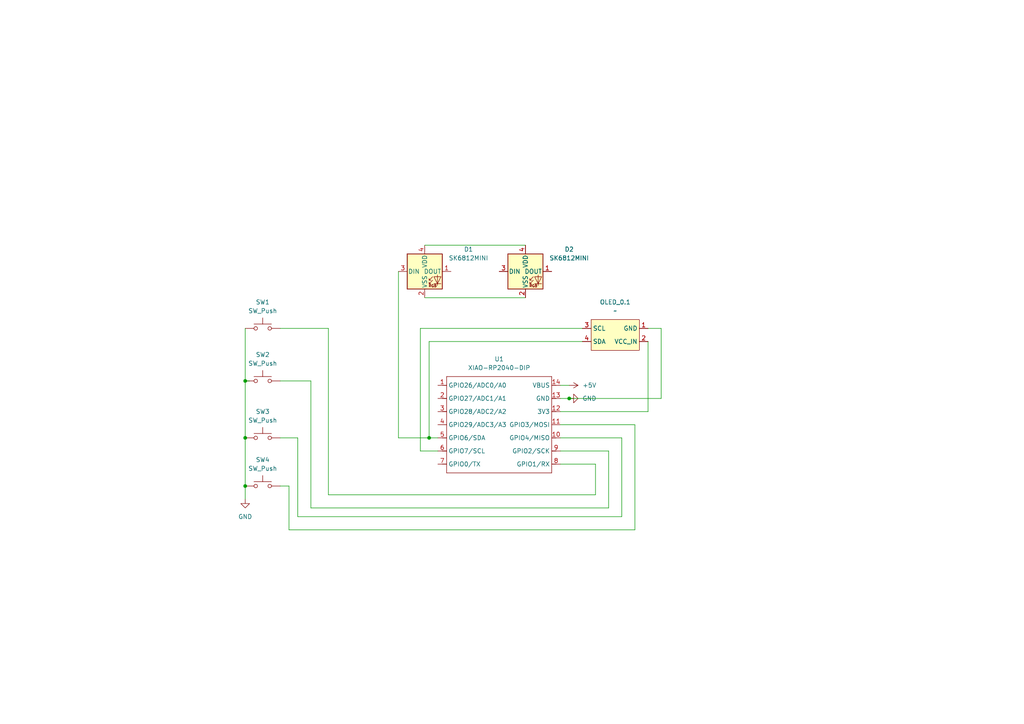
<source format=kicad_sch>
(kicad_sch (version 20250114) (generator "eeschema") (generator_version "9.0")
  (paper "A4")
  (lib_symbols
    (symbol "LED:SK6812MINI" (pin_names (offset 0.254))
      (property "Reference" "D" (at 5.08 5.715 0))
      (property "Value" "SK6812MINI" (at 1.27 -5.715 0))
      (symbol "SK6812MINI_0_0"
        (text "RGB" (at 2.286 -4.191 0) (effects (font (size 0.762 0.762))))
      )
      (symbol "SK6812MINI_0_1"
        (polyline (pts (xy 1.27 -2.54) (xy 1.778 -2.54)))
        (polyline (pts (xy 1.27 -3.556) (xy 1.778 -3.556)))
        (polyline (pts (xy 2.286 -1.524) (xy 1.27 -2.54) (xy 1.27 -2.032)))
        (polyline (pts (xy 2.286 -2.54) (xy 1.27 -3.556) (xy 1.27 -3.048)))
        (polyline (pts (xy 3.683 -1.016) (xy 3.683 -3.556) (xy 3.683 -4.064)))
        (polyline (pts (xy 4.699 -1.524) (xy 2.667 -1.524) (xy 3.683 -3.556) (xy 4.699 -1.524)))
        (polyline (pts (xy 4.699 -3.556) (xy 2.667 -3.556)))
        (rectangle (start 5.08 5.08) (end -5.08 -5.08) (stroke (width 0.254)) (fill (type background)))
      )
      (symbol "SK6812MINI_1_1"
        (pin input line (at -7.62 0 0) (length 2.54) (name "DIN") (number "3"))
        (pin power_in line (at 0 7.62 270) (length 2.54) (name "VDD") (number "4"))
        (pin power_in line (at 0 -7.62 90) (length 2.54) (name "VSS") (number "2"))
        (pin output line (at 7.62 0 180) (length 2.54) (name "DOUT") (number "1"))
      )
    )
    (symbol "OLED_0.91:OLED_0.91"
      (property "Reference" "OLED_0.91" (at 6.858 11.176 0))
      (symbol "OLED_0.91_1_1"
        (rectangle (start 0 8.89) (end 13.97 0) (fill (type color) (color 255 255 194 1)))
        (pin bidirectional line (at -2.54 6.35 0) (length 2.54) (name "SCL") (number "3"))
        (pin bidirectional line (at -2.54 2.54 0) (length 2.54) (name "SDA") (number "4"))
        (pin input line (at 16.51 6.35 180) (length 2.54) (name "GND") (number "1"))
        (pin input line (at 16.51 2.54 180) (length 2.54) (name "VCC_IN") (number "2"))
      )
    )
    (symbol "OPL Lirbary:XIAO-RP2040-DIP"
      (property "Reference" "U" (at 0 0 0))
      (property "Value" "XIAO-RP2040-DIP" (at 5.334 -1.778 0))
      (symbol "XIAO-RP2040-DIP_1_0"
        (polyline (pts (xy -1.27 -2.54) (xy 29.21 -2.54)) (stroke (width 0.1524)))
        (polyline (pts (xy -1.27 -5.08) (xy -2.54 -5.08)) (stroke (width 0.1524)))
        (polyline (pts (xy -1.27 -5.08) (xy -1.27 -2.54)) (stroke (width 0.1524)))
        (polyline (pts (xy -1.27 -8.89) (xy -2.54 -8.89)) (stroke (width 0.1524)))
        (polyline (pts (xy -1.27 -8.89) (xy -1.27 -5.08)) (stroke (width 0.1524)))
        (polyline (pts (xy -1.27 -12.7) (xy -2.54 -12.7)) (stroke (width 0.1524)))
        (polyline (pts (xy -1.27 -12.7) (xy -1.27 -8.89)) (stroke (width 0.1524)))
        (polyline (pts (xy -1.27 -16.51) (xy -2.54 -16.51)) (stroke (width 0.1524)))
        (polyline (pts (xy -1.27 -16.51) (xy -1.27 -12.7)) (stroke (width 0.1524)))
        (polyline (pts (xy -1.27 -20.32) (xy -2.54 -20.32)) (stroke (width 0.1524)))
        (polyline (pts (xy -1.27 -24.13) (xy -2.54 -24.13)) (stroke (width 0.1524)))
        (polyline (pts (xy -1.27 -27.94) (xy -2.54 -27.94)) (stroke (width 0.1524)))
        (polyline (pts (xy -1.27 -30.48) (xy -1.27 -16.51)) (stroke (width 0.1524)))
        (polyline (pts (xy 29.21 -2.54) (xy 29.21 -5.08)) (stroke (width 0.1524)))
        (polyline (pts (xy 29.21 -5.08) (xy 29.21 -8.89)) (stroke (width 0.1524)))
        (polyline (pts (xy 29.21 -8.89) (xy 29.21 -12.7)) (stroke (width 0.1524)))
        (polyline (pts (xy 29.21 -12.7) (xy 29.21 -30.48)) (stroke (width 0.1524)))
        (polyline (pts (xy 29.21 -30.48) (xy -1.27 -30.48)) (stroke (width 0.1524)))
        (polyline (pts (xy 30.48 -5.08) (xy 29.21 -5.08)) (stroke (width 0.1524)))
        (polyline (pts (xy 30.48 -8.89) (xy 29.21 -8.89)) (stroke (width 0.1524)))
        (polyline (pts (xy 30.48 -12.7) (xy 29.21 -12.7)) (stroke (width 0.1524)))
        (polyline (pts (xy 30.48 -16.51) (xy 29.21 -16.51)) (stroke (width 0.1524)))
        (polyline (pts (xy 30.48 -20.32) (xy 29.21 -20.32)) (stroke (width 0.1524)))
        (polyline (pts (xy 30.48 -24.13) (xy 29.21 -24.13)) (stroke (width 0.1524)))
        (polyline (pts (xy 30.48 -27.94) (xy 29.21 -27.94)) (stroke (width 0.1524)))
        (pin passive line (at -3.81 -5.08 0) (length 2.54) (name "GPIO26/ADC0/A0") (number "1"))
        (pin passive line (at -3.81 -8.89 0) (length 2.54) (name "GPIO27/ADC1/A1") (number "2"))
        (pin passive line (at -3.81 -12.7 0) (length 2.54) (name "GPIO28/ADC2/A2") (number "3"))
        (pin passive line (at -3.81 -16.51 0) (length 2.54) (name "GPIO29/ADC3/A3") (number "4"))
        (pin passive line (at -3.81 -20.32 0) (length 2.54) (name "GPIO6/SDA") (number "5"))
        (pin passive line (at -3.81 -24.13 0) (length 2.54) (name "GPIO7/SCL") (number "6"))
        (pin passive line (at -3.81 -27.94 0) (length 2.54) (name "GPIO0/TX") (number "7"))
        (pin passive line (at 31.75 -5.08 180) (length 2.54) (name "VBUS") (number "14"))
        (pin passive line (at 31.75 -8.89 180) (length 2.54) (name "GND") (number "13"))
        (pin passive line (at 31.75 -12.7 180) (length 2.54) (name "3V3") (number "12"))
        (pin passive line (at 31.75 -16.51 180) (length 2.54) (name "GPIO3/MOSI") (number "11"))
        (pin passive line (at 31.75 -20.32 180) (length 2.54) (name "GPIO4/MISO") (number "10"))
        (pin passive line (at 31.75 -24.13 180) (length 2.54) (name "GPIO2/SCK") (number "9"))
        (pin passive line (at 31.75 -27.94 180) (length 2.54) (name "GPIO1/RX") (number "8"))
      )
    )
    (symbol "Switch:SW_Push" (pin_numbers (hide yes)) (pin_names (offset 1.016) (hide yes))
      (property "Reference" "SW" (at 1.27 2.54 0))
      (property "Value" "SW_Push" (at 0 -1.524 0))
      (symbol "SW_Push_0_1"
        (circle (center -2.032 0) (radius 0.508))
        (polyline (pts (xy 0 1.27) (xy 0 3.048)))
        (circle (center 2.032 0) (radius 0.508))
        (polyline (pts (xy 2.54 1.27) (xy -2.54 1.27)))
        (pin passive line (at -5.08 0 0) (length 2.54) (name "1") (number "1"))
        (pin passive line (at 5.08 0 180) (length 2.54) (name "2") (number "2"))
      )
    )
    (symbol "power:+5V" (power) (pin_numbers (hide yes)) (pin_names (offset 0) (hide yes))
      (property "Value" "+5V" (at 0 3.556 0))
      (symbol "+5V_0_1"
        (polyline (pts (xy -0.762 1.27) (xy 0 2.54)))
        (polyline (pts (xy 0 2.54) (xy 0.762 1.27)))
        (polyline (pts (xy 0 0) (xy 0 2.54)))
      )
      (symbol "+5V_1_1"
        (pin power_in line (at 0 0 90) (length 0) (name "~") (number "1"))
      )
    )
    (symbol "power:GND" (power) (pin_numbers (hide yes)) (pin_names (offset 0) (hide yes))
      (property "Value" "GND" (at 0 -3.81 0))
      (symbol "GND_0_1"
        (polyline (pts (xy 0 0) (xy 0 -1.27) (xy 1.27 -1.27) (xy 0 -2.54) (xy -1.27 -1.27) (xy 0 -1.27)))
      )
      (symbol "GND_1_1"
        (pin power_in line (at 0 0 270) (length 0) (name "~") (number "1"))
      )
    )
  )
  (junction (at 124.46 127))
  (junction (at 165.1 115.57))
  (junction (at 71.12 110.49))
  (junction (at 71.12 127))
  (junction (at 71.12 140.97))
  (wire (pts (xy 172.72 134.62) (xy 162.56 134.62)))
  (wire (pts (xy 81.28 110.49) (xy 90.17 110.49)))
  (wire (pts (xy 123.19 86.36) (xy 152.4 86.36)))
  (wire (pts (xy 115.57 127) (xy 124.46 127)))
  (wire (pts (xy 180.34 127) (xy 162.56 127)))
  (wire (pts (xy 115.57 78.74) (xy 115.57 127)))
  (wire (pts (xy 95.25 95.25) (xy 95.25 143.51)))
  (wire (pts (xy 71.12 140.97) (xy 71.12 144.78)))
  (wire (pts (xy 184.15 123.19) (xy 162.56 123.19)))
  (wire (pts (xy 83.82 140.97) (xy 83.82 153.67)))
  (wire (pts (xy 124.46 127) (xy 127 127)))
  (wire (pts (xy 187.96 99.06) (xy 187.96 119.38)))
  (wire (pts (xy 191.77 115.57) (xy 165.1 115.57)))
  (wire (pts (xy 180.34 149.86) (xy 180.34 127)))
  (wire (pts (xy 90.17 147.32) (xy 176.53 147.32)))
  (wire (pts (xy 162.56 111.76) (xy 165.1 111.76)))
  (wire (pts (xy 187.96 95.25) (xy 191.77 95.25)))
  (wire (pts (xy 121.92 130.81) (xy 127 130.81)))
  (wire (pts (xy 124.46 99.06) (xy 124.46 127)))
  (wire (pts (xy 90.17 110.49) (xy 90.17 147.32)))
  (wire (pts (xy 168.91 95.25) (xy 121.92 95.25)))
  (wire (pts (xy 81.28 140.97) (xy 83.82 140.97)))
  (wire (pts (xy 86.36 127) (xy 86.36 149.86)))
  (wire (pts (xy 71.12 95.25) (xy 71.12 110.49)))
  (wire (pts (xy 71.12 110.49) (xy 72.39 110.49)))
  (wire (pts (xy 123.19 71.12) (xy 152.4 71.12)))
  (wire (pts (xy 184.15 153.67) (xy 184.15 123.19)))
  (wire (pts (xy 172.72 143.51) (xy 172.72 134.62)))
  (wire (pts (xy 191.77 95.25) (xy 191.77 115.57)))
  (wire (pts (xy 95.25 143.51) (xy 172.72 143.51)))
  (wire (pts (xy 187.96 119.38) (xy 162.56 119.38)))
  (wire (pts (xy 71.12 110.49) (xy 71.12 127)))
  (wire (pts (xy 176.53 130.81) (xy 162.56 130.81)))
  (wire (pts (xy 71.12 127) (xy 71.12 140.97)))
  (wire (pts (xy 81.28 95.25) (xy 95.25 95.25)))
  (wire (pts (xy 121.92 95.25) (xy 121.92 130.81)))
  (wire (pts (xy 176.53 147.32) (xy 176.53 130.81)))
  (wire (pts (xy 86.36 149.86) (xy 180.34 149.86)))
  (wire (pts (xy 81.28 127) (xy 86.36 127)))
  (wire (pts (xy 168.91 99.06) (xy 124.46 99.06)))
  (wire (pts (xy 162.56 115.57) (xy 165.1 115.57)))
  (wire (pts (xy 83.82 153.67) (xy 184.15 153.67)))
  (symbol (lib_id "power:+5V") (at 165.1 111.76 270) (unit 1)
    (property "Reference" "#PWR03" (effects (hide yes)))
    (property "Value" "+5V" (at 168.91 111.7599 90) (effects (justify left)))
    (property "Description" "Power symbol creates a global label with name \"+5V\"" (effects (hide yes)))
  )
  (symbol (lib_id "power:GND") (at 71.12 144.78 0) (unit 1)
    (property "Reference" "#PWR01" (effects (hide yes)))
    (property "Value" "GND" (at 71.12 149.86 0))
    (property "Description" "Power symbol creates a global label with name \"GND\" , ground" (effects (hide yes)))
  )
  (symbol (lib_id "Switch:SW_Push") (at 76.2 110.49 0) (unit 1)
    (property "Reference" "SW2" (at 76.2 102.87 0))
    (property "Value" "SW_Push" (at 76.2 105.41 0))
    (property "Footprint" "Button_Switch_Keyboard:SW_Cherry_MX_1.00u_PCB" (effects (hide yes)))
    (property "Description" "Push button switch, generic, two pins" (effects (hide yes)))
  )
  (symbol (lib_id "Switch:SW_Push") (at 76.2 127 0) (unit 1)
    (property "Reference" "SW3" (at 76.2 119.38 0))
    (property "Value" "SW_Push" (at 76.2 121.92 0))
    (property "Footprint" "Button_Switch_Keyboard:SW_Cherry_MX_1.00u_PCB" (effects (hide yes)))
    (property "Description" "Push button switch, generic, two pins" (effects (hide yes)))
  )
  (symbol (lib_id "Switch:SW_Push") (at 76.2 140.97 0) (unit 1)
    (property "Reference" "SW4" (at 76.2 133.35 0))
    (property "Value" "SW_Push" (at 76.2 135.89 0))
    (property "Footprint" "Button_Switch_Keyboard:SW_Cherry_MX_1.00u_PCB" (effects (hide yes)))
    (property "Description" "Push button switch, generic, two pins" (effects (hide yes)))
  )
  (symbol (lib_id "Switch:SW_Push") (at 76.2 95.25 0) (unit 1)
    (property "Reference" "SW1" (at 76.2 87.63 0))
    (property "Value" "SW_Push" (at 76.2 90.17 0))
    (property "Footprint" "Button_Switch_Keyboard:SW_Cherry_MX_1.00u_PCB" (effects (hide yes)))
    (property "Description" "Push button switch, generic, two pins" (effects (hide yes)))
  )
  (symbol (lib_id "OLED_0.91:OLED_0.91") (at 171.45 101.6 0) (unit 1)
    (property "Reference" "OLED_0.1" (at 178.435 87.63 0))
    (property "Value" "~" (at 178.435 90.17 0))
    (property "Footprint" "OLED_0.91inch:SSD1306-0.91-OLED-4pin-128x32" (effects (hide yes)))
  )
  (symbol (lib_id "LED:SK6812MINI") (at 152.4 78.74 0) (unit 1)
    (property "Reference" "D2" (at 165.1 72.3198 0))
    (property "Value" "SK6812MINI" (at 165.1 74.8598 0))
    (property "Footprint" "LED_SMD:LED_SK6812MINI_PLCC4_3.5x3.5mm_P1.75mm" (effects (hide yes)))
    (property "Datasheet" "https://cdn-shop.adafruit.com/product-files/2686/SK6812MINI_REV.01-1-2.pdf" (effects (hide yes)))
    (property "Description" "RGB LED with integrated controller" (effects (hide yes)))
  )
  (symbol (lib_id "LED:SK6812MINI") (at 123.19 78.74 0) (unit 1)
    (property "Reference" "D1" (at 135.89 72.3198 0))
    (property "Value" "SK6812MINI" (at 135.89 74.8598 0))
    (property "Footprint" "LED_SMD:LED_SK6812MINI_PLCC4_3.5x3.5mm_P1.75mm" (effects (hide yes)))
    (property "Datasheet" "https://cdn-shop.adafruit.com/product-files/2686/SK6812MINI_REV.01-1-2.pdf" (effects (hide yes)))
    (property "Description" "RGB LED with integrated controller" (effects (hide yes)))
  )
  (symbol (lib_id "OPL Lirbary:XIAO-RP2040-DIP") (at 130.81 106.68 0) (unit 1)
    (property "Reference" "U1" (at 144.78 104.14 0))
    (property "Value" "XIAO-RP2040-DIP" (at 144.78 106.68 0))
    (property "Footprint" "OPL Library:XIAO-RP2040-DIP" (effects (hide yes)))
  )
  (symbol (lib_id "power:GND") (at 165.1 115.57 90) (unit 1)
    (property "Reference" "#PWR02" (effects (hide yes)))
    (property "Value" "GND" (at 168.91 115.5699 90) (effects (justify right)))
    (property "Description" "Power symbol creates a global label with name \"GND\" , ground" (effects (hide yes)))
  )
)
</source>
